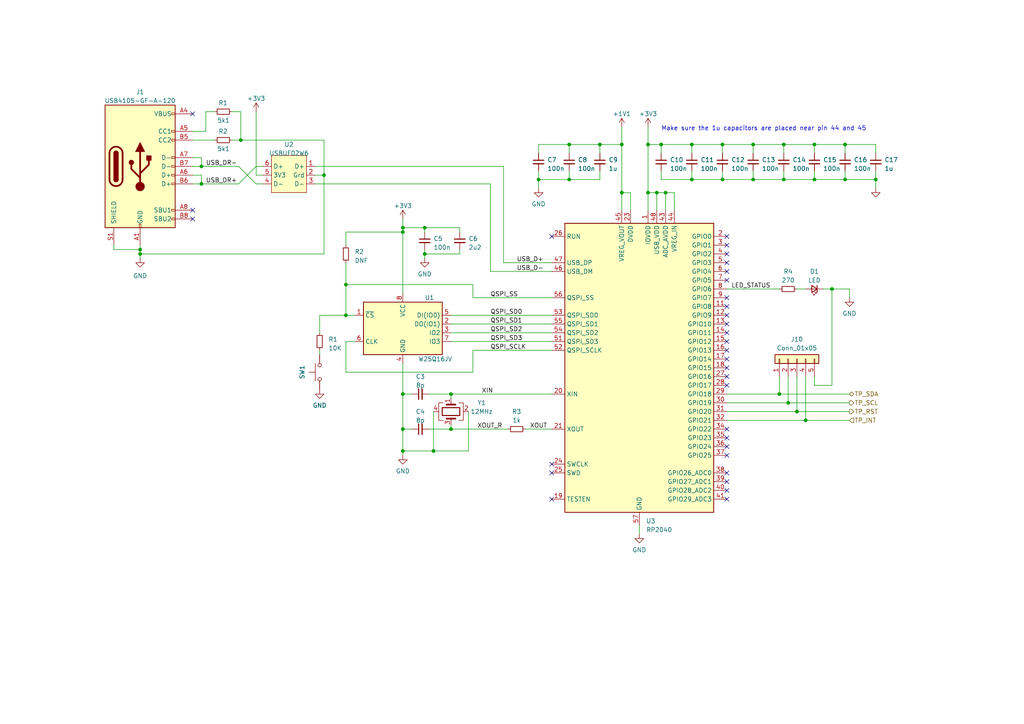
<source format=kicad_sch>
(kicad_sch (version 20231120) (generator "eeschema") (generator_version "8.0")
  (paper "A4")
  (lib_symbols
    (symbol "Connector:USB_C_Receptacle_USB2.0" (pin_names (offset 1.016))
      (property "Reference" "J" (at -10.16 19.05 0))
      (property "Value" "USB_C_Receptacle_USB2.0" (at 19.05 19.05 0))
      (symbol "USB_C_Receptacle_USB2.0_0_0"
        (rectangle (start -0.254 -17.78) (end 0.254 -16.764))
        (rectangle (start 10.16 -14.986) (end 9.144 -15.494))
        (rectangle (start 10.16 -12.446) (end 9.144 -12.954))
        (rectangle (start 10.16 -4.826) (end 9.144 -5.334))
        (rectangle (start 10.16 -2.286) (end 9.144 -2.794))
        (rectangle (start 10.16 0.254) (end 9.144 -0.254))
        (rectangle (start 10.16 2.794) (end 9.144 2.286))
        (rectangle (start 10.16 7.874) (end 9.144 7.366))
        (rectangle (start 10.16 10.414) (end 9.144 9.906))
        (rectangle (start 10.16 15.494) (end 9.144 14.986))
      )
      (symbol "USB_C_Receptacle_USB2.0_0_1"
        (rectangle (start -10.16 17.78) (end 10.16 -17.78) (stroke (width 0.254)) (fill (type background)))
        (arc (start -8.89 -3.81) (mid -6.985 -5.7067) (end -5.08 -3.81) (stroke (width 0.508)))
        (arc (start -7.62 -3.81) (mid -6.985 -4.4423) (end -6.35 -3.81) (stroke (width 0.254)))
        (arc (start -7.62 -3.81) (mid -6.985 -4.4423) (end -6.35 -3.81) (stroke (width 0.254)) (fill (type outline)))
        (rectangle (start -7.62 -3.81) (end -6.35 3.81) (stroke (width 0.254)) (fill (type outline)))
        (arc (start -6.35 3.81) (mid -6.985 4.4423) (end -7.62 3.81) (stroke (width 0.254)))
        (arc (start -6.35 3.81) (mid -6.985 4.4423) (end -7.62 3.81) (stroke (width 0.254)) (fill (type outline)))
        (arc (start -5.08 3.81) (mid -6.985 5.7067) (end -8.89 3.81) (stroke (width 0.508)))
        (circle (center -2.54 1.143) (radius 0.635) (stroke (width 0.254)) (fill (type outline)))
        (circle (center 0 -5.842) (radius 1.27) (fill (type outline)))
        (polyline (pts (xy -8.89 -3.81) (xy -8.89 3.81)) (stroke (width 0.508)))
        (polyline (pts (xy -5.08 3.81) (xy -5.08 -3.81)) (stroke (width 0.508)))
        (polyline (pts (xy 0 -5.842) (xy 0 4.318)) (stroke (width 0.508)))
        (polyline (pts (xy 0 -3.302) (xy -2.54 -0.762) (xy -2.54 0.508)) (stroke (width 0.508)))
        (polyline (pts (xy 0 -2.032) (xy 2.54 0.508) (xy 2.54 1.778)) (stroke (width 0.508)))
        (polyline (pts (xy -1.27 4.318) (xy 0 6.858) (xy 1.27 4.318) (xy -1.27 4.318)) (stroke (width 0.254)) (fill (type outline)))
        (rectangle (start 1.905 1.778) (end 3.175 3.048) (stroke (width 0.254)) (fill (type outline)))
      )
      (symbol "USB_C_Receptacle_USB2.0_1_1"
        (pin passive line (at 0 -22.86 90) (length 5.08) (name "GND") (number "A1"))
        (pin passive line (at 0 -22.86 90) (length 5.08) hide (name "GND") (number "A12"))
        (pin passive line (at 15.24 15.24 180) (length 5.08) (name "VBUS") (number "A4"))
        (pin bidirectional line (at 15.24 10.16 180) (length 5.08) (name "CC1") (number "A5"))
        (pin bidirectional line (at 15.24 -2.54 180) (length 5.08) (name "D+") (number "A6"))
        (pin bidirectional line (at 15.24 2.54 180) (length 5.08) (name "D-") (number "A7"))
        (pin bidirectional line (at 15.24 -12.7 180) (length 5.08) (name "SBU1") (number "A8"))
        (pin passive line (at 15.24 15.24 180) (length 5.08) hide (name "VBUS") (number "A9"))
        (pin passive line (at 0 -22.86 90) (length 5.08) hide (name "GND") (number "B1"))
        (pin passive line (at 0 -22.86 90) (length 5.08) hide (name "GND") (number "B12"))
        (pin passive line (at 15.24 15.24 180) (length 5.08) hide (name "VBUS") (number "B4"))
        (pin bidirectional line (at 15.24 7.62 180) (length 5.08) (name "CC2") (number "B5"))
        (pin bidirectional line (at 15.24 -5.08 180) (length 5.08) (name "D+") (number "B6"))
        (pin bidirectional line (at 15.24 0 180) (length 5.08) (name "D-") (number "B7"))
        (pin bidirectional line (at 15.24 -15.24 180) (length 5.08) (name "SBU2") (number "B8"))
        (pin passive line (at 15.24 15.24 180) (length 5.08) hide (name "VBUS") (number "B9"))
        (pin passive line (at -7.62 -22.86 90) (length 5.08) (name "SHIELD") (number "S1"))
      )
    )
    (symbol "Connector_Generic:Conn_01x05" (pin_names (offset 1.016) hide)
      (property "Reference" "J" (at 0 7.62 0))
      (property "Value" "Conn_01x05" (at 0 -7.62 0))
      (symbol "Conn_01x05_1_1"
        (rectangle (start -1.27 -4.953) (end 0 -5.207) (stroke (width 0.1524)))
        (rectangle (start -1.27 -2.413) (end 0 -2.667) (stroke (width 0.1524)))
        (rectangle (start -1.27 0.127) (end 0 -0.127) (stroke (width 0.1524)))
        (rectangle (start -1.27 2.667) (end 0 2.413) (stroke (width 0.1524)))
        (rectangle (start -1.27 5.207) (end 0 4.953) (stroke (width 0.1524)))
        (rectangle (start -1.27 6.35) (end 1.27 -6.35) (stroke (width 0.254)) (fill (type background)))
        (pin passive line (at -5.08 5.08 0) (length 3.81) (name "Pin_1") (number "1"))
        (pin passive line (at -5.08 2.54 0) (length 3.81) (name "Pin_2") (number "2"))
        (pin passive line (at -5.08 0 0) (length 3.81) (name "Pin_3") (number "3"))
        (pin passive line (at -5.08 -2.54 0) (length 3.81) (name "Pin_4") (number "4"))
        (pin passive line (at -5.08 -5.08 0) (length 3.81) (name "Pin_5") (number "5"))
      )
    )
    (symbol "Cuprum:USBUF02W6"
      (property "Reference" "U" (at 0 7.62 0))
      (property "Value" "USBUF02W6" (at 0 -7.62 0))
      (symbol "USBUF02W6_0_1"
        (rectangle (start -5.08 5.715) (end 5.08 -5.08) (fill (type background)))
      )
      (symbol "USBUF02W6_1_1"
        (pin input line (at 7.62 2.54 180) (length 2.54) (name "D+") (number "1"))
        (pin input line (at 7.62 0 180) (length 2.54) (name "Grd") (number "2"))
        (pin input line (at 7.62 -2.54 180) (length 2.54) (name "D-") (number "3"))
        (pin input line (at -7.62 -2.54 0) (length 2.54) (name "D-") (number "4"))
        (pin input line (at -7.62 0 0) (length 2.54) (name "3V3") (number "5"))
        (pin input line (at -7.62 2.54 0) (length 2.54) (name "D+") (number "6"))
      )
    )
    (symbol "Device:C_Small" (pin_numbers hide) (pin_names (offset 0.254) hide)
      (property "Reference" "C" (at 0.254 1.778 0))
      (property "Value" "C_Small" (at 0.254 -2.032 0))
      (symbol "C_Small_0_1"
        (polyline (pts (xy -1.524 -0.508) (xy 1.524 -0.508)) (stroke (width 0.3302)))
        (polyline (pts (xy -1.524 0.508) (xy 1.524 0.508)) (stroke (width 0.3048)))
      )
      (symbol "C_Small_1_1"
        (pin passive line (at 0 2.54 270) (length 2.032) (name "~") (number "1"))
        (pin passive line (at 0 -2.54 90) (length 2.032) (name "~") (number "2"))
      )
    )
    (symbol "Device:Crystal_GND24" (pin_names (offset 1.016) hide)
      (property "Reference" "Y" (at 3.175 5.08 0))
      (property "Value" "Crystal_GND24" (at 3.175 3.175 0))
      (symbol "Crystal_GND24_0_1"
        (rectangle (start -1.143 2.54) (end 1.143 -2.54) (stroke (width 0.3048)))
        (polyline (pts (xy -2.54 0) (xy -2.032 0)))
        (polyline (pts (xy -2.032 -1.27) (xy -2.032 1.27)) (stroke (width 0.508)))
        (polyline (pts (xy 0 -3.81) (xy 0 -3.556)))
        (polyline (pts (xy 0 3.556) (xy 0 3.81)))
        (polyline (pts (xy 2.032 -1.27) (xy 2.032 1.27)) (stroke (width 0.508)))
        (polyline (pts (xy 2.032 0) (xy 2.54 0)))
        (polyline (pts (xy -2.54 -2.286) (xy -2.54 -3.556) (xy 2.54 -3.556) (xy 2.54 -2.286)))
        (polyline (pts (xy -2.54 2.286) (xy -2.54 3.556) (xy 2.54 3.556) (xy 2.54 2.286)))
      )
      (symbol "Crystal_GND24_1_1"
        (pin passive line (at -3.81 0 0) (length 1.27) (name "1") (number "1"))
        (pin passive line (at 0 5.08 270) (length 1.27) (name "2") (number "2"))
        (pin passive line (at 3.81 0 180) (length 1.27) (name "3") (number "3"))
        (pin passive line (at 0 -5.08 90) (length 1.27) (name "4") (number "4"))
      )
    )
    (symbol "Device:LED_Small" (pin_numbers hide) (pin_names (offset 0.254) hide)
      (property "Reference" "D" (at -1.27 3.175 0))
      (property "Value" "LED_Small" (at -4.445 -2.54 0))
      (symbol "LED_Small_0_1"
        (polyline (pts (xy -0.762 -1.016) (xy -0.762 1.016)) (stroke (width 0.254)))
        (polyline (pts (xy 1.016 0) (xy -0.762 0)))
        (polyline (pts (xy 0.762 -1.016) (xy -0.762 0) (xy 0.762 1.016) (xy 0.762 -1.016)) (stroke (width 0.254)))
        (polyline (pts (xy 0 0.762) (xy -0.508 1.27) (xy -0.254 1.27) (xy -0.508 1.27) (xy -0.508 1.016)))
        (polyline (pts (xy 0.508 1.27) (xy 0 1.778) (xy 0.254 1.778) (xy 0 1.778) (xy 0 1.524)))
      )
      (symbol "LED_Small_1_1"
        (pin passive line (at -2.54 0 0) (length 1.778) (name "K") (number "1"))
        (pin passive line (at 2.54 0 180) (length 1.778) (name "A") (number "2"))
      )
    )
    (symbol "Device:R_Small" (pin_numbers hide) (pin_names (offset 0.254) hide)
      (property "Reference" "R" (at 0.762 0.508 0))
      (property "Value" "R_Small" (at 0.762 -1.016 0))
      (symbol "R_Small_0_1"
        (rectangle (start -0.762 1.778) (end 0.762 -1.778) (stroke (width 0.2032)))
      )
      (symbol "R_Small_1_1"
        (pin passive line (at 0 2.54 270) (length 0.762) (name "~") (number "1"))
        (pin passive line (at 0 -2.54 90) (length 0.762) (name "~") (number "2"))
      )
    )
    (symbol "MCU_RaspberryPi:RP2040"
      (property "Reference" "U" (at 17.78 45.72 0))
      (property "Value" "RP2040" (at 17.78 43.18 0))
      (symbol "RP2040_0_1"
        (rectangle (start -21.59 41.91) (end 21.59 -41.91) (stroke (width 0.254)) (fill (type background)))
      )
      (symbol "RP2040_1_1"
        (pin power_in line (at 2.54 45.72 270) (length 3.81) (name "IOVDD") (number "1"))
        (pin passive line (at 2.54 45.72 270) (length 3.81) hide (name "IOVDD") (number "10"))
        (pin bidirectional line (at 25.4 17.78 180) (length 3.81) (name "GPIO8") (number "11"))
        (pin bidirectional line (at 25.4 15.24 180) (length 3.81) (name "GPIO9") (number "12"))
        (pin bidirectional line (at 25.4 12.7 180) (length 3.81) (name "GPIO10") (number "13"))
        (pin bidirectional line (at 25.4 10.16 180) (length 3.81) (name "GPIO11") (number "14"))
        (pin bidirectional line (at 25.4 7.62 180) (length 3.81) (name "GPIO12") (number "15"))
        (pin bidirectional line (at 25.4 5.08 180) (length 3.81) (name "GPIO13") (number "16"))
        (pin bidirectional line (at 25.4 2.54 180) (length 3.81) (name "GPIO14") (number "17"))
        (pin bidirectional line (at 25.4 0 180) (length 3.81) (name "GPIO15") (number "18"))
        (pin input line (at -25.4 -38.1 0) (length 3.81) (name "TESTEN") (number "19"))
        (pin bidirectional line (at 25.4 38.1 180) (length 3.81) (name "GPIO0") (number "2"))
        (pin input line (at -25.4 -7.62 0) (length 3.81) (name "XIN") (number "20"))
        (pin passive line (at -25.4 -17.78 0) (length 3.81) (name "XOUT") (number "21"))
        (pin passive line (at 2.54 45.72 270) (length 3.81) hide (name "IOVDD") (number "22"))
        (pin power_in line (at -2.54 45.72 270) (length 3.81) (name "DVDD") (number "23"))
        (pin output line (at -25.4 -27.94 0) (length 3.81) (name "SWCLK") (number "24"))
        (pin bidirectional line (at -25.4 -30.48 0) (length 3.81) (name "SWD") (number "25"))
        (pin input line (at -25.4 38.1 0) (length 3.81) (name "RUN") (number "26"))
        (pin bidirectional line (at 25.4 -2.54 180) (length 3.81) (name "GPIO16") (number "27"))
        (pin bidirectional line (at 25.4 -5.08 180) (length 3.81) (name "GPIO17") (number "28"))
        (pin bidirectional line (at 25.4 -7.62 180) (length 3.81) (name "GPIO18") (number "29"))
        (pin bidirectional line (at 25.4 35.56 180) (length 3.81) (name "GPIO1") (number "3"))
        (pin bidirectional line (at 25.4 -10.16 180) (length 3.81) (name "GPIO19") (number "30"))
        (pin bidirectional line (at 25.4 -12.7 180) (length 3.81) (name "GPIO20") (number "31"))
        (pin bidirectional line (at 25.4 -15.24 180) (length 3.81) (name "GPIO21") (number "32"))
        (pin passive line (at 2.54 45.72 270) (length 3.81) hide (name "IOVDD") (number "33"))
        (pin bidirectional line (at 25.4 -17.78 180) (length 3.81) (name "GPIO22") (number "34"))
        (pin bidirectional line (at 25.4 -20.32 180) (length 3.81) (name "GPIO23") (number "35"))
        (pin bidirectional line (at 25.4 -22.86 180) (length 3.81) (name "GPIO24") (number "36"))
        (pin bidirectional line (at 25.4 -25.4 180) (length 3.81) (name "GPIO25") (number "37"))
        (pin bidirectional line (at 25.4 -30.48 180) (length 3.81) (name "GPIO26_ADC0") (number "38"))
        (pin bidirectional line (at 25.4 -33.02 180) (length 3.81) (name "GPIO27_ADC1") (number "39"))
        (pin bidirectional line (at 25.4 33.02 180) (length 3.81) (name "GPIO2") (number "4"))
        (pin bidirectional line (at 25.4 -35.56 180) (length 3.81) (name "GPIO28_ADC2") (number "40"))
        (pin bidirectional line (at 25.4 -38.1 180) (length 3.81) (name "GPIO29_ADC3") (number "41"))
        (pin passive line (at 2.54 45.72 270) (length 3.81) hide (name "IOVDD") (number "42"))
        (pin power_in line (at 7.62 45.72 270) (length 3.81) (name "ADC_AVDD") (number "43"))
        (pin power_in line (at 10.16 45.72 270) (length 3.81) (name "VREG_IN") (number "44"))
        (pin power_out line (at -5.08 45.72 270) (length 3.81) (name "VREG_VOUT") (number "45"))
        (pin bidirectional line (at -25.4 27.94 0) (length 3.81) (name "USB_DM") (number "46"))
        (pin bidirectional line (at -25.4 30.48 0) (length 3.81) (name "USB_DP") (number "47"))
        (pin power_in line (at 5.08 45.72 270) (length 3.81) (name "USB_VDD") (number "48"))
        (pin passive line (at 2.54 45.72 270) (length 3.81) hide (name "IOVDD") (number "49"))
        (pin bidirectional line (at 25.4 30.48 180) (length 3.81) (name "GPIO3") (number "5"))
        (pin passive line (at -2.54 45.72 270) (length 3.81) hide (name "DVDD") (number "50"))
        (pin bidirectional line (at -25.4 7.62 0) (length 3.81) (name "QSPI_SD3") (number "51"))
        (pin output line (at -25.4 5.08 0) (length 3.81) (name "QSPI_SCLK") (number "52"))
        (pin bidirectional line (at -25.4 15.24 0) (length 3.81) (name "QSPI_SD0") (number "53"))
        (pin bidirectional line (at -25.4 10.16 0) (length 3.81) (name "QSPI_SD2") (number "54"))
        (pin bidirectional line (at -25.4 12.7 0) (length 3.81) (name "QSPI_SD1") (number "55"))
        (pin bidirectional line (at -25.4 20.32 0) (length 3.81) (name "QSPI_SS") (number "56"))
        (pin power_in line (at 0 -45.72 90) (length 3.81) (name "GND") (number "57"))
        (pin bidirectional line (at 25.4 27.94 180) (length 3.81) (name "GPIO4") (number "6"))
        (pin bidirectional line (at 25.4 25.4 180) (length 3.81) (name "GPIO5") (number "7"))
        (pin bidirectional line (at 25.4 22.86 180) (length 3.81) (name "GPIO6") (number "8"))
        (pin bidirectional line (at 25.4 20.32 180) (length 3.81) (name "GPIO7") (number "9"))
      )
    )
    (symbol "Memory_Flash:W25Q32JVSS"
      (property "Reference" "U6" (at 6.35 10.16 0))
      (property "Value" "W25Q16JV" (at 4.445 -8.89 0))
      (symbol "W25Q32JVSS_0_1"
        (rectangle (start -11.43 7.62) (end 11.43 -7.62) (stroke (width 0.254)) (fill (type background)))
      )
      (symbol "W25Q32JVSS_1_1"
        (pin input line (at -13.97 3.81 0) (length 2.54) (name "~{CS}") (number "1"))
        (pin bidirectional line (at 13.97 1.27 180) (length 2.54) (name "DO(IO1)") (number "2"))
        (pin bidirectional line (at 13.97 -1.27 180) (length 2.54) (name "IO2") (number "3"))
        (pin power_in line (at 0 -10.16 90) (length 2.54) (name "GND") (number "4"))
        (pin bidirectional line (at 13.97 3.81 180) (length 2.54) (name "DI(IO0)") (number "5"))
        (pin input line (at -13.97 -3.81 0) (length 2.54) (name "CLK") (number "6"))
        (pin bidirectional line (at 13.97 -3.81 180) (length 2.54) (name "IO3") (number "7"))
        (pin power_in line (at 0 10.16 270) (length 2.54) (name "VCC") (number "8"))
      )
    )
    (symbol "PCM_4ms_Power-symbol:GND" (power) (pin_names (offset 0))
      (property "Value" "GND" (at 0 -3.81 0))
      (symbol "GND_0_1"
        (polyline (pts (xy 0 0) (xy 0 -1.27) (xy 1.27 -1.27) (xy 0 -2.54) (xy -1.27 -1.27) (xy 0 -1.27)))
      )
      (symbol "GND_1_1"
        (pin power_in line (at 0 0 270) (length 0) hide (name "GND") (number "1"))
      )
    )
    (symbol "Switch:SW_Push" (pin_numbers hide) (pin_names (offset 1.016) hide)
      (property "Reference" "SW" (at 1.27 2.54 0))
      (property "Value" "SW_Push" (at 0 -1.524 0))
      (symbol "SW_Push_0_1"
        (circle (center -2.032 0) (radius 0.508))
        (polyline (pts (xy 0 1.27) (xy 0 3.048)))
        (polyline (pts (xy 2.54 1.27) (xy -2.54 1.27)))
        (circle (center 2.032 0) (radius 0.508))
        (pin passive line (at -5.08 0 0) (length 2.54) (name "1") (number "1"))
        (pin passive line (at 5.08 0 180) (length 2.54) (name "2") (number "2"))
      )
    )
    (symbol "power:+1V1" (power) (pin_names (offset 0))
      (property "Value" "+1V1" (at 0 3.556 0))
      (symbol "+1V1_0_1"
        (polyline (pts (xy -0.762 1.27) (xy 0 2.54)))
        (polyline (pts (xy 0 0) (xy 0 2.54)))
        (polyline (pts (xy 0 2.54) (xy 0.762 1.27)))
      )
      (symbol "+1V1_1_1"
        (pin power_in line (at 0 0 90) (length 0) hide (name "+1V1") (number "1"))
      )
    )
    (symbol "power:+3V3" (power) (pin_names (offset 0))
      (property "Value" "+3V3" (at 0 3.556 0))
      (symbol "+3V3_0_1"
        (polyline (pts (xy -0.762 1.27) (xy 0 2.54)))
        (polyline (pts (xy 0 0) (xy 0 2.54)))
        (polyline (pts (xy 0 2.54) (xy 0.762 1.27)))
      )
      (symbol "+3V3_1_1"
        (pin power_in line (at 0 0 90) (length 0) hide (name "+3V3") (number "1"))
      )
    )
    (symbol "power:GND" (power) (pin_names (offset 0))
      (property "Value" "GND" (at 0 -3.81 0))
      (symbol "GND_0_1"
        (polyline (pts (xy 0 0) (xy 0 -1.27) (xy 1.27 -1.27) (xy 0 -2.54) (xy -1.27 -1.27) (xy 0 -1.27)))
      )
      (symbol "GND_1_1"
        (pin power_in line (at 0 0 270) (length 0) hide (name "GND") (number "1"))
      )
    )
  )
  (junction (at 69.85 40.64))
  (junction (at 231.14 119.38))
  (junction (at 116.84 124.46))
  (junction (at 40.64 72.39))
  (junction (at 180.34 41.91))
  (junction (at 130.81 124.46))
  (junction (at 116.84 67.31))
  (junction (at 254 52.07))
  (junction (at 226.06 114.3))
  (junction (at 245.11 52.07))
  (junction (at 165.1 52.07))
  (junction (at 191.77 41.91))
  (junction (at 209.55 52.07))
  (junction (at 227.33 52.07))
  (junction (at 93.98 50.8))
  (junction (at 245.11 41.91))
  (junction (at 58.42 48.26))
  (junction (at 209.55 41.91))
  (junction (at 187.96 55.88))
  (junction (at 190.5 55.88))
  (junction (at 100.33 82.55))
  (junction (at 218.44 41.91))
  (junction (at 233.68 121.92))
  (junction (at 40.64 73.66))
  (junction (at 116.84 66.04))
  (junction (at 130.81 114.3))
  (junction (at 187.96 41.91))
  (junction (at 100.33 91.44))
  (junction (at 200.66 41.91))
  (junction (at 241.3 83.82))
  (junction (at 173.99 41.91))
  (junction (at 165.1 41.91))
  (junction (at 125.73 130.81))
  (junction (at 236.22 41.91))
  (junction (at 193.04 55.88))
  (junction (at 58.42 53.34))
  (junction (at 218.44 52.07))
  (junction (at 123.19 73.66))
  (junction (at 228.6 116.84))
  (junction (at 123.19 66.04))
  (junction (at 236.22 52.07))
  (junction (at 227.33 41.91))
  (junction (at 200.66 52.07))
  (junction (at 116.84 114.3))
  (junction (at 156.21 52.07))
  (junction (at 180.34 55.88))
  (junction (at 116.84 130.81))
  (no_connect (at 55.88 33.02))
  (no_connect (at 210.82 132.08))
  (no_connect (at 210.82 81.28))
  (no_connect (at 210.82 139.7))
  (no_connect (at 210.82 76.2))
  (no_connect (at 210.82 71.12))
  (no_connect (at 210.82 111.76))
  (no_connect (at 55.88 63.5))
  (no_connect (at 210.82 106.68))
  (no_connect (at 210.82 93.98))
  (no_connect (at 210.82 144.78))
  (no_connect (at 210.82 104.14))
  (no_connect (at 210.82 86.36))
  (no_connect (at 160.02 68.58))
  (no_connect (at 210.82 127))
  (no_connect (at 210.82 88.9))
  (no_connect (at 160.02 134.62))
  (no_connect (at 210.82 68.58))
  (no_connect (at 210.82 101.6))
  (no_connect (at 210.82 73.66))
  (no_connect (at 210.82 124.46))
  (no_connect (at 160.02 144.78))
  (no_connect (at 55.88 60.96))
  (no_connect (at 210.82 129.54))
  (no_connect (at 210.82 142.24))
  (no_connect (at 210.82 96.52))
  (no_connect (at 160.02 137.16))
  (no_connect (at 210.82 109.22))
  (no_connect (at 210.82 137.16))
  (no_connect (at 210.82 91.44))
  (no_connect (at 210.82 78.74))
  (no_connect (at 210.82 99.06))
  (wire (pts (xy 200.66 41.91) (xy 209.55 41.91)))
  (wire (pts (xy 226.06 109.22) (xy 226.06 114.3)))
  (wire (pts (xy 160.02 78.74) (xy 142.24 78.74)))
  (wire (pts (xy 156.21 52.07) (xy 165.1 52.07)))
  (wire (pts (xy 231.14 119.38) (xy 246.38 119.38)))
  (wire (pts (xy 40.64 72.39) (xy 40.64 73.66)))
  (wire (pts (xy 180.34 60.96) (xy 180.34 55.88)))
  (wire (pts (xy 40.64 71.12) (xy 40.64 72.39)))
  (wire (pts (xy 195.58 55.88) (xy 193.04 55.88)))
  (wire (pts (xy 130.81 93.98) (xy 160.02 93.98)))
  (wire (pts (xy 187.96 36.83) (xy 187.96 41.91)))
  (wire (pts (xy 100.33 67.31) (xy 116.84 67.31)))
  (wire (pts (xy 92.71 101.6) (xy 92.71 102.87)))
  (wire (pts (xy 130.81 114.3) (xy 160.02 114.3)))
  (wire (pts (xy 236.22 109.22) (xy 236.22 111.76)))
  (wire (pts (xy 236.22 52.07) (xy 245.11 52.07)))
  (wire (pts (xy 191.77 41.91) (xy 191.77 44.45)))
  (wire (pts (xy 185.42 154.94) (xy 185.42 152.4)))
  (wire (pts (xy 246.38 86.36) (xy 246.38 83.82)))
  (wire (pts (xy 123.19 67.31) (xy 123.19 66.04)))
  (wire (pts (xy 137.16 101.6) (xy 160.02 101.6)))
  (wire (pts (xy 92.71 91.44) (xy 100.33 91.44)))
  (wire (pts (xy 116.84 66.04) (xy 116.84 67.31)))
  (wire (pts (xy 191.77 41.91) (xy 200.66 41.91)))
  (wire (pts (xy 137.16 101.6) (xy 137.16 107.95)))
  (wire (pts (xy 130.81 124.46) (xy 147.32 124.46)))
  (wire (pts (xy 195.58 60.96) (xy 195.58 55.88)))
  (wire (pts (xy 227.33 52.07) (xy 236.22 52.07)))
  (wire (pts (xy 228.6 116.84) (xy 246.38 116.84)))
  (wire (pts (xy 218.44 52.07) (xy 227.33 52.07)))
  (wire (pts (xy 59.69 32.385) (xy 62.23 32.385)))
  (wire (pts (xy 67.31 40.64) (xy 69.85 40.64)))
  (wire (pts (xy 165.1 41.91) (xy 173.99 41.91)))
  (wire (pts (xy 130.81 91.44) (xy 160.02 91.44)))
  (wire (pts (xy 135.89 130.81) (xy 125.73 130.81)))
  (wire (pts (xy 93.98 50.8) (xy 93.98 73.66)))
  (wire (pts (xy 137.16 86.36) (xy 160.02 86.36)))
  (wire (pts (xy 133.35 72.39) (xy 133.35 73.66)))
  (wire (pts (xy 218.44 41.91) (xy 227.33 41.91)))
  (wire (pts (xy 100.33 107.95) (xy 100.33 99.06)))
  (wire (pts (xy 116.84 67.31) (xy 116.84 85.09)))
  (wire (pts (xy 137.16 86.36) (xy 137.16 82.55)))
  (wire (pts (xy 123.19 73.66) (xy 123.19 74.93)))
  (wire (pts (xy 100.33 82.55) (xy 100.33 91.44)))
  (wire (pts (xy 200.66 52.07) (xy 200.66 49.53)))
  (wire (pts (xy 116.84 130.81) (xy 125.73 130.81)))
  (wire (pts (xy 173.99 49.53) (xy 173.99 52.07)))
  (wire (pts (xy 123.19 66.04) (xy 133.35 66.04)))
  (wire (pts (xy 193.04 55.88) (xy 190.5 55.88)))
  (wire (pts (xy 193.04 60.96) (xy 193.04 55.88)))
  (wire (pts (xy 69.85 40.64) (xy 69.85 32.385)))
  (wire (pts (xy 241.3 83.82) (xy 241.3 111.76)))
  (wire (pts (xy 156.21 52.07) (xy 156.21 54.61)))
  (wire (pts (xy 55.88 53.34) (xy 58.42 53.34)))
  (wire (pts (xy 55.88 50.8) (xy 58.42 50.8)))
  (wire (pts (xy 116.84 63.5) (xy 116.84 66.04)))
  (wire (pts (xy 152.4 124.46) (xy 160.02 124.46)))
  (wire (pts (xy 228.6 109.22) (xy 228.6 116.84)))
  (wire (pts (xy 210.82 121.92) (xy 233.68 121.92)))
  (wire (pts (xy 146.05 76.2) (xy 160.02 76.2)))
  (wire (pts (xy 210.82 116.84) (xy 228.6 116.84)))
  (wire (pts (xy 210.82 114.3) (xy 226.06 114.3)))
  (wire (pts (xy 58.42 48.26) (xy 58.42 45.72)))
  (wire (pts (xy 130.81 124.46) (xy 130.81 123.19)))
  (wire (pts (xy 191.77 52.07) (xy 200.66 52.07)))
  (wire (pts (xy 76.2 53.34) (xy 74.295 53.34)))
  (wire (pts (xy 93.98 40.64) (xy 93.98 50.8)))
  (wire (pts (xy 233.68 121.92) (xy 246.38 121.92)))
  (wire (pts (xy 67.31 32.385) (xy 69.85 32.385)))
  (wire (pts (xy 165.1 49.53) (xy 165.1 52.07)))
  (wire (pts (xy 40.64 73.66) (xy 93.98 73.66)))
  (wire (pts (xy 58.42 53.34) (xy 69.215 53.34)))
  (wire (pts (xy 241.3 83.82) (xy 238.76 83.82)))
  (wire (pts (xy 133.35 73.66) (xy 123.19 73.66)))
  (wire (pts (xy 218.44 41.91) (xy 218.44 44.45)))
  (wire (pts (xy 190.5 60.96) (xy 190.5 55.88)))
  (wire (pts (xy 91.44 48.26) (xy 146.05 48.26)))
  (wire (pts (xy 137.16 107.95) (xy 100.33 107.95)))
  (wire (pts (xy 116.84 66.04) (xy 123.19 66.04)))
  (wire (pts (xy 227.33 52.07) (xy 227.33 49.53)))
  (wire (pts (xy 133.35 67.31) (xy 133.35 66.04)))
  (wire (pts (xy 58.42 48.26) (xy 69.215 48.26)))
  (wire (pts (xy 209.55 41.91) (xy 209.55 44.45)))
  (wire (pts (xy 209.55 52.07) (xy 218.44 52.07)))
  (wire (pts (xy 74.295 50.8) (xy 76.2 50.8)))
  (wire (pts (xy 100.33 99.06) (xy 102.87 99.06)))
  (wire (pts (xy 246.38 83.82) (xy 241.3 83.82)))
  (wire (pts (xy 100.33 76.2) (xy 100.33 82.55)))
  (wire (pts (xy 200.66 52.07) (xy 209.55 52.07)))
  (wire (pts (xy 190.5 55.88) (xy 187.96 55.88)))
  (wire (pts (xy 58.42 50.8) (xy 58.42 53.34)))
  (wire (pts (xy 58.42 45.72) (xy 55.88 45.72)))
  (wire (pts (xy 165.1 41.91) (xy 165.1 44.45)))
  (wire (pts (xy 236.22 111.76) (xy 241.3 111.76)))
  (wire (pts (xy 210.82 119.38) (xy 231.14 119.38)))
  (wire (pts (xy 124.46 124.46) (xy 130.81 124.46)))
  (wire (pts (xy 146.05 48.26) (xy 146.05 76.2)))
  (wire (pts (xy 245.11 41.91) (xy 245.11 44.45)))
  (wire (pts (xy 173.99 41.91) (xy 180.34 41.91)))
  (wire (pts (xy 218.44 52.07) (xy 218.44 49.53)))
  (wire (pts (xy 125.73 119.38) (xy 125.73 130.81)))
  (wire (pts (xy 142.24 78.74) (xy 142.24 53.34)))
  (wire (pts (xy 254 52.07) (xy 254 49.53)))
  (wire (pts (xy 210.82 83.82) (xy 226.06 83.82)))
  (wire (pts (xy 116.84 105.41) (xy 116.84 114.3)))
  (wire (pts (xy 233.68 109.22) (xy 233.68 121.92)))
  (wire (pts (xy 236.22 52.07) (xy 236.22 49.53)))
  (wire (pts (xy 165.1 52.07) (xy 173.99 52.07)))
  (wire (pts (xy 91.44 53.34) (xy 142.24 53.34)))
  (wire (pts (xy 209.55 41.91) (xy 218.44 41.91)))
  (wire (pts (xy 130.81 96.52) (xy 160.02 96.52)))
  (wire (pts (xy 180.34 41.91) (xy 180.34 55.88)))
  (wire (pts (xy 116.84 124.46) (xy 116.84 114.3)))
  (wire (pts (xy 254 41.91) (xy 254 44.45)))
  (wire (pts (xy 91.44 50.8) (xy 93.98 50.8)))
  (wire (pts (xy 187.96 55.88) (xy 187.96 60.96)))
  (wire (pts (xy 245.11 52.07) (xy 254 52.07)))
  (wire (pts (xy 100.33 82.55) (xy 137.16 82.55)))
  (wire (pts (xy 187.96 41.91) (xy 187.96 55.88)))
  (wire (pts (xy 236.22 41.91) (xy 245.11 41.91)))
  (wire (pts (xy 93.98 40.64) (xy 69.85 40.64)))
  (wire (pts (xy 191.77 49.53) (xy 191.77 52.07)))
  (wire (pts (xy 130.81 115.57) (xy 130.81 114.3)))
  (wire (pts (xy 33.02 72.39) (xy 40.64 72.39)))
  (wire (pts (xy 92.71 91.44) (xy 92.71 96.52)))
  (wire (pts (xy 245.11 52.07) (xy 245.11 49.53)))
  (wire (pts (xy 59.69 38.1) (xy 59.69 32.385)))
  (wire (pts (xy 227.33 41.91) (xy 227.33 44.45)))
  (wire (pts (xy 209.55 52.07) (xy 209.55 49.53)))
  (wire (pts (xy 156.21 49.53) (xy 156.21 52.07)))
  (wire (pts (xy 231.14 109.22) (xy 231.14 119.38)))
  (wire (pts (xy 227.33 41.91) (xy 236.22 41.91)))
  (wire (pts (xy 100.33 91.44) (xy 102.87 91.44)))
  (wire (pts (xy 182.88 55.88) (xy 182.88 60.96)))
  (wire (pts (xy 156.21 41.91) (xy 165.1 41.91)))
  (wire (pts (xy 33.02 71.12) (xy 33.02 72.39)))
  (wire (pts (xy 116.84 114.3) (xy 119.38 114.3)))
  (wire (pts (xy 116.84 132.08) (xy 116.84 130.81)))
  (wire (pts (xy 245.11 41.91) (xy 254 41.91)))
  (wire (pts (xy 236.22 41.91) (xy 236.22 44.45)))
  (wire (pts (xy 180.34 36.83) (xy 180.34 41.91)))
  (wire (pts (xy 116.84 124.46) (xy 119.38 124.46)))
  (wire (pts (xy 173.99 41.91) (xy 173.99 44.45)))
  (wire (pts (xy 226.06 114.3) (xy 246.38 114.3)))
  (wire (pts (xy 130.81 99.06) (xy 160.02 99.06)))
  (wire (pts (xy 100.33 67.31) (xy 100.33 71.12)))
  (wire (pts (xy 187.96 41.91) (xy 191.77 41.91)))
  (wire (pts (xy 74.295 32.385) (xy 74.295 50.8)))
  (wire (pts (xy 180.34 55.88) (xy 182.88 55.88)))
  (wire (pts (xy 55.88 40.64) (xy 62.23 40.64)))
  (wire (pts (xy 116.84 130.81) (xy 116.84 124.46)))
  (wire (pts (xy 40.64 74.93) (xy 40.64 73.66)))
  (wire (pts (xy 135.89 119.38) (xy 135.89 130.81)))
  (wire (pts (xy 254 52.07) (xy 254 54.61)))
  (wire (pts (xy 200.66 41.91) (xy 200.66 44.45)))
  (wire (pts (xy 74.295 53.34) (xy 69.215 48.26)))
  (wire (pts (xy 55.88 38.1) (xy 59.69 38.1)))
  (wire (pts (xy 156.21 41.91) (xy 156.21 44.45)))
  (wire (pts (xy 58.42 48.26) (xy 55.88 48.26)))
  (wire (pts (xy 123.19 72.39) (xy 123.19 73.66)))
  (wire (pts (xy 231.14 83.82) (xy 233.68 83.82)))
  (wire (pts (xy 74.295 48.26) (xy 76.2 48.26)))
  (wire (pts (xy 69.215 53.34) (xy 74.295 48.26)))
  (wire (pts (xy 124.46 114.3) (xy 130.81 114.3)))
  (text "Make sure the 1u capacitors are placed near pin 44 and 45" (at 191.77 38.1 0) (effects (font (size 1.27 1.27)) (justify left bottom)))
  (label "LED_STATUS" (at 212.09 83.82 0))
  (label "USB_D+" (at 149.86 76.2 0))
  (label "QSPI_SD2" (at 142.24 96.52 0))
  (label "QSPI_SS" (at 142.24 86.36 0))
  (label "USB_DR+" (at 59.69 53.34 0))
  (label "USB_D-" (at 149.86 78.74 0))
  (label "XIN" (at 139.7 114.3 0))
  (label "XOUT" (at 153.67 124.46 0))
  (label "QSPI_SD3" (at 142.24 99.06 0))
  (label "QSPI_SD0" (at 142.24 91.44 0))
  (label "XOUT_R" (at 138.43 124.46 0))
  (label "USB_DR-" (at 59.69 48.26 0))
  (label "QSPI_SCLK" (at 142.24 101.6 0))
  (label "QSPI_SD1" (at 142.24 93.98 0))
  (hierarchical_label "TP_RST" (shape output) (at 246.38 119.38 0))
  (hierarchical_label "TP_SCL" (shape output) (at 246.38 116.84 0))
  (hierarchical_label "TP_INT" (shape input) (at 246.38 121.92 0))
  (hierarchical_label "TP_SDA" (shape bidirectional) (at 246.38 114.3 0))
  (symbol (lib_id "Switch:SW_Push") (at 92.71 107.95 90) (unit 1)
    (property "Reference" "SW1" (at 87.63 107.95 0))
    (property "Value" "DNF" (effects (hide yes)))
    (property "Footprint" "KiCAD Library:PTS636 SM25J SMTR LFS" (effects (hide yes)))
    (instances (project "Breakout_1" (path "" (reference "SW1") (unit 1))) (project "Reflow Oven" (path "" (reference "SW1") (unit 1))) (project "USB-PD" (path "" (reference "SW?") (unit 1)) (path "" (reference "SW3") (unit 1)) (path "" (reference "SW4") (unit 1))))
  )
  (symbol (lib_id "power:+3V3") (at 187.96 36.83 0) (unit 1)
    (property "Reference" "#PWR016" (effects (hide yes)))
    (property "Value" "+3V3" (at 187.96 33.02 0))
    (instances (project "LCD Driver" (path "" (reference "#PWR016") (unit 1))) (project "USB Power Meter" (path "" (reference "#PWR022") (unit 1))) (project "RP2040" (path "" (reference "#PWR?") (unit 1))) (project "Breakout_1" (path "" (reference "#PWR031") (unit 1))) (project "USB-PD" (path "" (reference "#PWR?") (unit 1)) (path "" (reference "#PWR021") (unit 1))))
  )
  (symbol (lib_id "Device:C_Small") (at 200.66 46.99 0) (unit 1)
    (property "Reference" "C11" (at 203.2 46.3613 0) (effects (justify left)))
    (property "Value" "100n" (at 203.2 48.9013 0) (effects (justify left)))
    (property "Footprint" "KiCAD Library:C_0402_1005Metric" (effects (hide yes)))
    (instances (project "LCD Driver" (path "" (reference "C11") (unit 1))) (project "USB Power Meter" (path "" (reference "C12") (unit 1))) (project "RP2040" (path "" (reference "C?") (unit 1))) (project "Breakout_1" (path "" (reference "C14") (unit 1))) (project "USB-PD" (path "" (reference "C?") (unit 1)) (path "" (reference "C15") (unit 1))))
  )
  (symbol (lib_id "Device:C_Small") (at 123.19 69.85 0) (unit 1)
    (property "Reference" "C5" (at 125.73 69.2213 0) (effects (justify left)))
    (property "Value" "100n" (at 125.73 71.7613 0) (effects (justify left)))
    (property "Footprint" "KiCAD Library:C_0402_1005Metric" (effects (hide yes)))
    (instances (project "LCD Driver" (path "" (reference "C5") (unit 1))) (project "USB Power Meter" (path "" (reference "C4") (unit 1))) (project "RP2040" (path "" (reference "C?") (unit 1))) (project "Breakout_1" (path "" (reference "C6") (unit 1))) (project "USB-PD" (path "" (reference "C?") (unit 1)) (path "" (reference "C37") (unit 1))))
  )
  (symbol (lib_id "Device:C_Small") (at 209.55 46.99 0) (unit 1)
    (property "Reference" "C12" (at 212.09 46.3613 0) (effects (justify left)))
    (property "Value" "100n" (at 212.09 48.9013 0) (effects (justify left)))
    (property "Footprint" "KiCAD Library:C_0402_1005Metric" (effects (hide yes)))
    (instances (project "LCD Driver" (path "" (reference "C12") (unit 1))) (project "USB Power Meter" (path "" (reference "C13") (unit 1))) (project "RP2040" (path "" (reference "C?") (unit 1))) (project "Breakout_1" (path "" (reference "C15") (unit 1))) (project "USB-PD" (path "" (reference "C?") (unit 1)) (path "" (reference "C16") (unit 1))))
  )
  (symbol (lib_id "power:GND") (at 92.71 113.03 0) (unit 1)
    (property "Reference" "#PWR03" (effects (hide yes)))
    (property "Value" "GND" (at 92.71 117.5925 0))
    (instances (project "LCD Driver" (path "" (reference "#PWR03") (unit 1))) (project "USB Power Meter" (path "" (reference "#PWR08") (unit 1))) (project "RP2040" (path "" (reference "#PWR?") (unit 1))) (project "Breakout_1" (path "" (reference "#PWR017") (unit 1))) (project "USB-PD" (path "" (reference "#PWR?") (unit 1)) (path "" (reference "#PWR039") (unit 1))))
  )
  (symbol (lib_id "Device:R_Small") (at 64.77 32.385 270) (unit 1)
    (property "Reference" "R1" (at 66.04 29.845 90) (effects (justify right)))
    (property "Value" "5k1" (at 66.675 34.925 90) (effects (justify right)))
    (property "Footprint" "Cuprum:R_0603_1608Metric" (effects (hide yes)))
    (instances (project "Breakout_1" (path "" (reference "R1") (unit 1))) (project "Reflow Oven" (path "" (reference "R3") (unit 1)) (path "" (reference "R10") (unit 1))) (project "USB-PD" (path "" (reference "R?") (unit 1)) (path "" (reference "R9") (unit 1)) (path "" (reference "R12") (unit 1)) (path "" (reference "R2") (unit 1))))
  )
  (symbol (lib_id "Device:C_Small") (at 133.35 69.85 0) (unit 1)
    (property "Reference" "C6" (at 135.89 69.2213 0) (effects (justify left)))
    (property "Value" "2u2" (at 135.89 71.7613 0) (effects (justify left)))
    (property "Footprint" "KiCAD Library:C_0603_1608Metric" (effects (hide yes)))
    (instances (project "LCD Driver" (path "" (reference "C6") (unit 1))) (project "USB Power Meter" (path "" (reference "C6") (unit 1))) (project "RP2040" (path "" (reference "C?") (unit 1))) (project "Breakout_1" (path "" (reference "C8") (unit 1))) (project "USB-PD" (path "" (reference "C?") (unit 1)) (path "" (reference "C20") (unit 1))))
  )
  (symbol (lib_id "Memory_Flash:W25Q32JVSS") (at 116.84 95.25 0) (unit 1)
    (property "Reference" "U1" (at 123.19 86.36 0) (effects (justify left)))
    (property "Value" "W25Q16JV" (at 121.285 104.14 0) (effects (justify left)))
    (property "Footprint" "KiCAD Library:W25Q16JVUXIQ TR" (effects (hide yes)))
    (property "Datasheet" "http://www.winbond.com/resource-files/w25q32jv%20revg%2003272018%20plus.pdf" (effects (hide yes)))
    (instances (project "LCD Driver" (path "" (reference "U1") (unit 1))) (project "USB Power Meter" (path "" (reference "U2") (unit 1))) (project "RP2040" (path "" (reference "U6") (unit 1))) (project "Breakout_1" (path "" (reference "U2") (unit 1))) (project "USB-PD" (path "" (reference "U6") (unit 1))))
  )
  (symbol (lib_id "Device:C_Small") (at 245.11 46.99 0) (unit 1)
    (property "Reference" "C16" (at 247.65 46.3613 0) (effects (justify left)))
    (property "Value" "100n" (at 247.65 48.9013 0) (effects (justify left)))
    (property "Footprint" "KiCAD Library:C_0402_1005Metric" (effects (hide yes)))
    (instances (project "LCD Driver" (path "" (reference "C16") (unit 1))) (project "USB Power Meter" (path "" (reference "C17") (unit 1))) (project "RP2040" (path "" (reference "C?") (unit 1))) (project "Breakout_1" (path "" (reference "C19") (unit 1))) (project "USB-PD" (path "" (reference "C?") (unit 1)) (path "" (reference "C34") (unit 1))))
  )
  (symbol (lib_id "Device:R_Small") (at 228.6 83.82 270) (unit 1)
    (property "Reference" "R4" (at 228.6 78.74 90))
    (property "Value" "270" (at 228.6 81.28 90))
    (property "Footprint" "KiCAD Library:R_0603_1608Metric" (effects (hide yes)))
    (instances (project "LCD Driver" (path "" (reference "R4") (unit 1))) (project "USB Power Meter" (path "" (reference "R7") (unit 1))) (project "RP2040" (path "" (reference "R?") (unit 1))) (project "Breakout_1" (path "" (reference "R3") (unit 1))) (project "USB-PD" (path "" (reference "R?") (unit 1)) (path "" (reference "R9") (unit 1)) (path "" (reference "R3") (unit 1))))
  )
  (symbol (lib_id "Device:C_Small") (at 254 46.99 0) (unit 1)
    (property "Reference" "C17" (at 256.54 46.3613 0) (effects (justify left)))
    (property "Value" "1u" (at 256.54 48.9013 0) (effects (justify left)))
    (property "Footprint" "KiCAD Library:C_0402_1005Metric" (effects (hide yes)))
    (instances (project "LCD Driver" (path "" (reference "C17") (unit 1))) (project "USB Power Meter" (path "" (reference "C20") (unit 1))) (project "RP2040" (path "" (reference "C?") (unit 1))) (project "Breakout_1" (path "" (reference "C22") (unit 1))) (project "USB-PD" (path "" (reference "C?") (unit 1)) (path "" (reference "C35") (unit 1))))
  )
  (symbol (lib_id "Device:R_Small") (at 149.86 124.46 270) (unit 1)
    (property "Reference" "R3" (at 149.86 119.38 90))
    (property "Value" "1k" (at 149.86 121.92 90))
    (property "Footprint" "KiCAD Library:R_0603_1608Metric" (effects (hide yes)))
    (instances (project "LCD Driver" (path "" (reference "R3") (unit 1))) (project "USB Power Meter" (path "" (reference "R6") (unit 1))) (project "RP2040" (path "" (reference "R?") (unit 1))) (project "Breakout_1" (path "" (reference "R6") (unit 1))) (project "USB-PD" (path "" (reference "R?") (unit 1)) (path "" (reference "R9") (unit 1)) (path "" (reference "R15") (unit 1))))
  )
  (symbol (lib_id "Device:C_Small") (at 236.22 46.99 0) (unit 1)
    (property "Reference" "C15" (at 238.76 46.3613 0) (effects (justify left)))
    (property "Value" "100n" (at 238.76 48.9013 0) (effects (justify left)))
    (property "Footprint" "KiCAD Library:C_0402_1005Metric" (effects (hide yes)))
    (instances (project "LCD Driver" (path "" (reference "C15") (unit 1))) (project "USB Power Meter" (path "" (reference "C16") (unit 1))) (project "RP2040" (path "" (reference "C?") (unit 1))) (project "Breakout_1" (path "" (reference "C18") (unit 1))) (project "USB-PD" (path "" (reference "C?") (unit 1)) (path "" (reference "C33") (unit 1))))
  )
  (symbol (lib_id "Device:C_Small") (at 218.44 46.99 0) (unit 1)
    (property "Reference" "C13" (at 220.98 46.3613 0) (effects (justify left)))
    (property "Value" "100n" (at 220.98 48.9013 0) (effects (justify left)))
    (property "Footprint" "KiCAD Library:C_0402_1005Metric" (effects (hide yes)))
    (instances (project "LCD Driver" (path "" (reference "C13") (unit 1))) (project "USB Power Meter" (path "" (reference "C14") (unit 1))) (project "RP2040" (path "" (reference "C?") (unit 1))) (project "Breakout_1" (path "" (reference "C16") (unit 1))) (project "USB-PD" (path "" (reference "C?") (unit 1)) (path "" (reference "C22") (unit 1))))
  )
  (symbol (lib_id "Device:LED_Small") (at 236.22 83.82 180) (unit 1)
    (property "Reference" "D1" (at 236.22 78.74 0))
    (property "Value" "LED" (at 236.22 81.28 0))
    (property "Footprint" "Diode_SMD:D_0805_2012Metric" (effects (hide yes)))
    (instances (project "LCD Driver" (path "" (reference "D1") (unit 1))) (project "USB Power Meter" (path "" (reference "D2") (unit 1))) (project "RP2040" (path "" (reference "D1") (unit 1))) (project "Breakout_1" (path "" (reference "D1") (unit 1))) (project "USB-PD" (path "" (reference "D1") (unit 1))))
  )
  (symbol (lib_id "Device:C_Small") (at 121.92 124.46 90) (unit 1)
    (property "Reference" "C4" (at 121.9263 119.38 90))
    (property "Value" "8p" (at 121.9263 121.92 90))
    (property "Footprint" "Capacitor_SMD:C_0402_1005Metric" (effects (hide yes)))
    (instances (project "LCD Driver" (path "" (reference "C4") (unit 1))) (project "USB Power Meter" (path "" (reference "C3") (unit 1))) (project "RP2040" (path "" (reference "C?") (unit 1))) (project "Breakout_1" (path "" (reference "C5") (unit 1))) (project "USB-PD" (path "" (reference "C?") (unit 1)) (path "" (reference "C38") (unit 1))))
  )
  (symbol (lib_id "Device:C_Small") (at 173.99 46.99 0) (unit 1)
    (property "Reference" "C9" (at 176.53 46.3613 0) (effects (justify left)))
    (property "Value" "1u" (at 176.53 48.9013 0) (effects (justify left)))
    (property "Footprint" "KiCAD Library:C_0402_1005Metric" (effects (hide yes)))
    (instances (project "LCD Driver" (path "" (reference "C9") (unit 1))) (project "USB Power Meter" (path "" (reference "C10") (unit 1))) (project "RP2040" (path "" (reference "C?") (unit 1))) (project "Breakout_1" (path "" (reference "C12") (unit 1))) (project "USB-PD" (path "" (reference "C?") (unit 1)) (path "" (reference "C6") (unit 1))))
  )
  (symbol (lib_id "MCU_RaspberryPi:RP2040") (at 185.42 106.68 0) (unit 1)
    (property "Reference" "U3" (at 187.3759 151.13 0) (effects (justify left)))
    (property "Value" "RP2040" (at 187.3759 153.67 0) (effects (justify left)))
    (property "Footprint" "Package_DFN_QFN:QFN-56-1EP_7x7mm_P0.4mm_EP3.2x3.2mm" (effects (hide yes)))
    (property "Datasheet" "https://datasheets.raspberrypi.com/rp2040/rp2040-datasheet.pdf" (effects (hide yes)))
    (instances (project "LCD Driver" (path "" (reference "U3") (unit 1))) (project "USB Power Meter" (path "" (reference "U4") (unit 1))) (project "RP2040" (path "" (reference "U?") (unit 1))) (project "Breakout_1" (path "" (reference "U4") (unit 1))) (project "USB-PD" (path "" (reference "U?") (unit 1)) (path "" (reference "U2") (unit 1))))
  )
  (symbol (lib_id "Connector:USB_C_Receptacle_USB2.0") (at 40.64 48.26 0) (unit 1)
    (property "Reference" "J1" (at 40.64 26.67 0))
    (property "Value" "USB4105-GF-A-120\n" (at 40.64 29.21 0))
    (property "Footprint" "Connector_USB:USB_C_Receptacle_GCT_USB4105-xx-A_16P_TopMnt_Horizontal" (effects (hide yes)))
    (property "Datasheet" "https://www.usb.org/sites/default/files/documents/usb_type-c.zip" (effects (hide yes)))
    (instances (project "USB Power Meter" (path "" (reference "J1") (unit 1))) (project "Breakout_1" (path "" (reference "J9") (unit 1))) (project "Splitter" (path "" (reference "J4") (unit 1))))
  )
  (symbol (lib_id "Device:R_Small") (at 64.77 40.64 270) (unit 1)
    (property "Reference" "R2" (at 66.04 38.1 90) (effects (justify right)))
    (property "Value" "5k1" (at 66.675 43.18 90) (effects (justify right)))
    (property "Footprint" "Cuprum:R_0603_1608Metric" (effects (hide yes)))
    (instances (project "Breakout_1" (path "" (reference "R2") (unit 1))) (project "Reflow Oven" (path "" (reference "R3") (unit 1)) (path "" (reference "R10") (unit 1))) (project "USB-PD" (path "" (reference "R?") (unit 1)) (path "" (reference "R9") (unit 1)) (path "" (reference "R12") (unit 1)) (path "" (reference "R2") (unit 1))))
  )
  (symbol (lib_id "power:GND") (at 156.21 54.61 0) (unit 1)
    (property "Reference" "#PWR013" (effects (hide yes)))
    (property "Value" "GND" (at 156.21 59.1725 0))
    (instances (project "LCD Driver" (path "" (reference "#PWR013") (unit 1))) (project "USB Power Meter" (path "" (reference "#PWR018") (unit 1))) (project "RP2040" (path "" (reference "#PWR?") (unit 1))) (project "Breakout_1" (path "" (reference "#PWR027") (unit 1))) (project "USB-PD" (path "" (reference "#PWR?") (unit 1)) (path "" (reference "#PWR08") (unit 1))))
  )
  (symbol (lib_id "Device:C_Small") (at 191.77 46.99 0) (unit 1)
    (property "Reference" "C10" (at 194.31 46.3613 0) (effects (justify left)))
    (property "Value" "100n" (at 194.31 48.9013 0) (effects (justify left)))
    (property "Footprint" "KiCAD Library:C_0402_1005Metric" (effects (hide yes)))
    (instances (project "LCD Driver" (path "" (reference "C10") (unit 1))) (project "USB Power Meter" (path "" (reference "C11") (unit 1))) (project "RP2040" (path "" (reference "C?") (unit 1))) (project "Breakout_1" (path "" (reference "C13") (unit 1))) (project "USB-PD" (path "" (reference "C?") (unit 1)) (path "" (reference "C14") (unit 1))))
  )
  (symbol (lib_id "Device:R_Small") (at 100.33 73.66 180) (unit 1)
    (property "Reference" "R2" (at 102.87 73.025 0) (effects (justify right)))
    (property "Value" "DNF" (at 102.87 75.565 0) (effects (justify right)))
    (property "Footprint" "KiCAD Library:R_0603_1608Metric" (effects (hide yes)))
    (instances (project "LCD Driver" (path "" (reference "R2") (unit 1))) (project "USB Power Meter" (path "" (reference "R5") (unit 1))) (project "RP2040" (path "" (reference "R?") (unit 1))) (project "Breakout_1" (path "" (reference "R5") (unit 1))) (project "USB-PD" (path "" (reference "R?") (unit 1)) (path "" (reference "R9") (unit 1)) (path "" (reference "R2") (unit 1))))
  )
  (symbol (lib_id "PCM_4ms_Power-symbol:GND") (at 40.64 74.93 0) (unit 1)
    (property "Reference" "#PWR01" (effects (hide yes)))
    (property "Value" "GND" (at 40.64 80.01 0))
    (instances (project "USB Power Meter" (path "" (reference "#PWR01") (unit 1))) (project "Breakout_1" (path "" (reference "#PWR010") (unit 1))) (project "Splitter" (path "" (reference "#PWR04") (unit 1))))
  )
  (symbol (lib_id "power:+1V1") (at 180.34 36.83 0) (unit 1)
    (property "Reference" "#PWR014" (effects (hide yes)))
    (property "Value" "+1V1" (at 180.34 33.02 0))
    (instances (project "LCD Driver" (path "" (reference "#PWR014") (unit 1))) (project "USB Power Meter" (path "" (reference "#PWR020") (unit 1))) (project "RP2040" (path "" (reference "#PWR016") (unit 1))) (project "Breakout_1" (path "" (reference "#PWR029") (unit 1))) (project "USB-PD" (path "" (reference "#PWR016") (unit 1))))
  )
  (symbol (lib_id "power:+3V3") (at 116.84 63.5 0) (unit 1)
    (property "Reference" "#PWR09" (effects (hide yes)))
    (property "Value" "+3V3" (at 116.84 59.69 0))
    (instances (project "LCD Driver" (path "" (reference "#PWR09") (unit 1))) (project "USB Power Meter" (path "" (reference "#PWR012") (unit 1))) (project "RP2040" (path "" (reference "#PWR?") (unit 1))) (project "Breakout_1" (path "" (reference "#PWR021") (unit 1))) (project "USB-PD" (path "" (reference "#PWR?") (unit 1)) (path "" (reference "#PWR050") (unit 1))))
  )
  (symbol (lib_id "Cuprum:USBUF02W6") (at 83.82 50.8 0) (unit 1)
    (property "Reference" "U2" (at 83.82 41.91 0))
    (property "Value" "USBUF02W6" (at 83.82 44.45 0))
    (property "Footprint" "KiCAD Library:SOT65P210X110-6N" (effects (hide yes)))
    (instances (project "LCD Driver" (path "" (reference "U2") (unit 1))) (project "USB Power Meter" (path "" (reference "U3") (unit 1))) (project "Breakout_1" (path "" (reference "U3") (unit 1))) (project "USB-PD" (path "" (reference "U5") (unit 1))))
  )
  (symbol (lib_id "Device:C_Small") (at 156.21 46.99 0) (unit 1)
    (property "Reference" "C7" (at 158.75 46.3613 0) (effects (justify left)))
    (property "Value" "100n" (at 158.75 48.9013 0) (effects (justify left)))
    (property "Footprint" "KiCAD Library:C_0402_1005Metric" (effects (hide yes)))
    (instances (project "LCD Driver" (path "" (reference "C7") (unit 1))) (project "USB Power Meter" (path "" (reference "C7") (unit 1))) (project "RP2040" (path "" (reference "C?") (unit 1))) (project "Breakout_1" (path "" (reference "C9") (unit 1))) (project "USB-PD" (path "" (reference "C?") (unit 1)) (path "" (reference "C8") (unit 1))))
  )
  (symbol (lib_id "power:GND") (at 116.84 132.08 0) (unit 1)
    (property "Reference" "#PWR010" (effects (hide yes)))
    (property "Value" "GND" (at 116.84 136.6425 0))
    (instances (project "LCD Driver" (path "" (reference "#PWR010") (unit 1))) (project "USB Power Meter" (path "" (reference "#PWR013") (unit 1))) (project "RP2040" (path "" (reference "#PWR?") (unit 1))) (project "Breakout_1" (path "" (reference "#PWR022") (unit 1))) (project "USB-PD" (path "" (reference "#PWR?") (unit 1)) (path "" (reference "#PWR052") (unit 1))))
  )
  (symbol (lib_id "power:GND") (at 123.19 74.93 0) (unit 1)
    (property "Reference" "#PWR011" (effects (hide yes)))
    (property "Value" "GND" (at 123.19 79.4925 0))
    (instances (project "LCD Driver" (path "" (reference "#PWR011") (unit 1))) (project "USB Power Meter" (path "" (reference "#PWR014") (unit 1))) (project "RP2040" (path "" (reference "#PWR?") (unit 1))) (project "Breakout_1" (path "" (reference "#PWR023") (unit 1))) (project "USB-PD" (path "" (reference "#PWR?") (unit 1)) (path "" (reference "#PWR049") (unit 1))))
  )
  (symbol (lib_id "Device:C_Small") (at 121.92 114.3 90) (unit 1)
    (property "Reference" "C3" (at 121.9263 109.22 90))
    (property "Value" "8p" (at 121.9263 111.76 90))
    (property "Footprint" "Capacitor_SMD:C_0402_1005Metric" (effects (hide yes)))
    (instances (project "LCD Driver" (path "" (reference "C3") (unit 1))) (project "USB Power Meter" (path "" (reference "C2") (unit 1))) (project "RP2040" (path "" (reference "C?") (unit 1))) (project "Breakout_1" (path "" (reference "C4") (unit 1))) (project "USB-PD" (path "" (reference "C?") (unit 1)) (path "" (reference "C39") (unit 1))))
  )
  (symbol (lib_id "power:+3V3") (at 74.295 32.385 0) (unit 1)
    (property "Reference" "#PWR08" (effects (hide yes)))
    (property "Value" "+3V3" (at 74.295 28.575 0))
    (instances (project "LCD Driver" (path "" (reference "#PWR08") (unit 1))) (project "USB Power Meter" (path "" (reference "#PWR011") (unit 1))) (project "Breakout_1" (path "" (reference "#PWR020") (unit 1))) (project "USB-PD" (path "" (reference "#PWR044") (unit 1))))
  )
  (symbol (lib_id "Device:C_Small") (at 227.33 46.99 0) (unit 1)
    (property "Reference" "C14" (at 229.87 46.3613 0) (effects (justify left)))
    (property "Value" "100n" (at 229.87 48.9013 0) (effects (justify left)))
    (property "Footprint" "KiCAD Library:C_0402_1005Metric" (effects (hide yes)))
    (instances (project "LCD Driver" (path "" (reference "C14") (unit 1))) (project "USB Power Meter" (path "" (reference "C15") (unit 1))) (project "RP2040" (path "" (reference "C?") (unit 1))) (project "Breakout_1" (path "" (reference "C17") (unit 1))) (project "USB-PD" (path "" (reference "C?") (unit 1)) (path "" (reference "C32") (unit 1))))
  )
  (symbol (lib_id "Connector_Generic:Conn_01x05") (at 231.14 104.14 90) (unit 1)
    (property "Reference" "J10" (at 231.14 98.425 90))
    (property "Value" "Conn_01x05" (at 231.14 100.965 90))
    (property "Footprint" "Connector_PinHeader_2.54mm:PinHeader_1x05_P2.54mm_Vertical" (effects (hide yes)))
  )
  (symbol (lib_id "Device:R_Small") (at 92.71 99.06 0) (unit 1)
    (property "Reference" "R1" (at 95.25 98.425 0) (effects (justify left)))
    (property "Value" "10K" (at 95.25 100.965 0) (effects (justify left)))
    (property "Footprint" "KiCAD Library:R_0603_1608Metric" (effects (hide yes)))
    (instances (project "LCD Driver" (path "" (reference "R1") (unit 1))) (project "USB Power Meter" (path "" (reference "R4") (unit 1))) (project "RP2040" (path "" (reference "R?") (unit 1))) (project "Breakout_1" (path "" (reference "R4") (unit 1))) (project "USB-PD" (path "" (reference "R?") (unit 1)) (path "" (reference "R9") (unit 1)) (path "" (reference "R16") (unit 1))))
  )
  (symbol (lib_id "power:GND") (at 246.38 86.36 0) (unit 1)
    (property "Reference" "#PWR019" (effects (hide yes)))
    (property "Value" "GND" (at 246.38 90.9225 0))
    (instances (project "LCD Driver" (path "" (reference "#PWR019") (unit 1))) (project "USB Power Meter" (path "" (reference "#PWR023") (unit 1))) (project "RP2040" (path "" (reference "#PWR?") (unit 1))) (project "Breakout_1" (path "" (reference "#PWR01") (unit 1))) (project "USB-PD" (path "" (reference "#PWR?") (unit 1)) (path "" (reference "#PWR051") (unit 1))))
  )
  (symbol (lib_id "Device:Crystal_GND24") (at 130.81 119.38 270) (unit 1)
    (property "Reference" "Y1" (at 139.7 116.84 90))
    (property "Value" "12MHz" (at 139.7 119.38 90))
    (property "Footprint" "KiCAD Library:ECS120836CKMTR3" (effects (hide yes)))
  )
  (symbol (lib_id "power:GND") (at 185.42 154.94 0) (unit 1)
    (property "Reference" "#PWR015" (effects (hide yes)))
    (property "Value" "GND" (at 185.42 159.5025 0))
    (instances (project "LCD Driver" (path "" (reference "#PWR015") (unit 1))) (project "USB Power Meter" (path "" (reference "#PWR021") (unit 1))) (project "RP2040" (path "" (reference "#PWR?") (unit 1))) (project "Breakout_1" (path "" (reference "#PWR030") (unit 1))) (project "USB-PD" (path "" (reference "#PWR?") (unit 1)) (path "" (reference "#PWR028") (unit 1))))
  )
  (symbol (lib_id "Device:C_Small") (at 165.1 46.99 0) (unit 1)
    (property "Reference" "C8" (at 167.64 46.3613 0) (effects (justify left)))
    (property "Value" "100n" (at 167.64 48.9013 0) (effects (justify left)))
    (property "Footprint" "KiCAD Library:C_0402_1005Metric" (effects (hide yes)))
    (instances (project "LCD Driver" (path "" (reference "C8") (unit 1))) (project "USB Power Meter" (path "" (reference "C8") (unit 1))) (project "RP2040" (path "" (reference "C?") (unit 1))) (project "Breakout_1" (path "" (reference "C10") (unit 1))) (project "USB-PD" (path "" (reference "C?") (unit 1)) (path "" (reference "C10") (unit 1))))
  )
  (symbol (lib_id "power:GND") (at 254 54.61 0) (unit 1)
    (property "Reference" "#PWR020" (effects (hide yes)))
    (property "Value" "GND" (effects (hide yes)))
    (instances (project "LCD Driver" (path "" (reference "#PWR020") (unit 1))) (project "USB Power Meter" (path "" (reference "#PWR027") (unit 1))) (project "RP2040" (path "" (reference "#PWR?") (unit 1))) (project "Breakout_1" (path "" (reference "#PWR035") (unit 1))) (project "USB-PD" (path "" (reference "#PWR?") (unit 1)) (path "" (reference "#PWR012") (unit 1))))
  )
)
</source>
